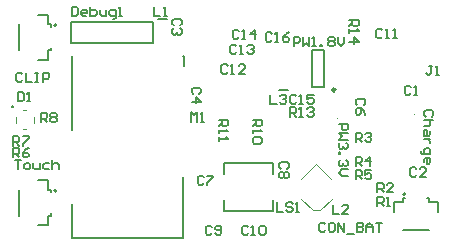
<source format=gto>
G04*
G04 #@! TF.GenerationSoftware,Altium Limited,Altium Designer,19.0.12 (326)*
G04*
G04 Layer_Color=65535*
%FSLAX44Y44*%
%MOMM*%
G71*
G01*
G75*
%ADD10C,0.1000*%
%ADD11C,0.2540*%
%ADD12C,0.2000*%
%ADD13C,0.2500*%
%ADD14C,0.1270*%
%ADD15C,0.1500*%
D10*
X280061Y101531D02*
G03*
X280061Y101531I-500J0D01*
G01*
X345181Y104821D02*
G03*
X345181Y104821I-500J0D01*
G01*
X22500Y97250D02*
Y102750D01*
X7500Y97250D02*
Y102750D01*
X13750Y108000D02*
X16250D01*
X13750Y92000D02*
X16250D01*
X248574Y49667D02*
X261585Y62677D01*
X261620Y62713D02*
X274525Y49808D01*
X248538Y33368D02*
X258615Y23291D01*
X264625Y23291D01*
X274666Y33332D01*
D11*
X4658Y111100D02*
G03*
X4658Y111100I-158J0D01*
G01*
D12*
X337250Y37030D02*
G03*
X337250Y37030I-1000J0D01*
G01*
X41750Y180000D02*
G03*
X41750Y180000I-1000J0D01*
G01*
Y40000D02*
G03*
X41750Y40000I-1000J0D01*
G01*
X184150Y63680D02*
X225150D01*
Y54480D02*
Y63680D01*
Y22680D02*
Y31980D01*
X184050Y22680D02*
X225150D01*
X184050D02*
Y31880D01*
Y63580D02*
X184150Y63680D01*
X184050Y54480D02*
Y63580D01*
X128129Y185450D02*
X135129D01*
X230538Y125109D02*
X237538D01*
X257890Y128010D02*
Y159010D01*
X267890Y128010D02*
Y159010D01*
X257890D02*
X267890D01*
X257890Y128010D02*
X267890D01*
X55000Y0D02*
Y29100D01*
Y91500D02*
Y154000D01*
X148700D02*
X150000D01*
Y145500D02*
Y154000D01*
X55000Y0D02*
X149000D01*
Y51700D01*
X123300Y165000D02*
Y183000D01*
X54500D02*
X123300D01*
X54500Y165000D02*
Y183000D01*
Y165000D02*
X123300D01*
D13*
X277890Y125510D02*
G03*
X277890Y125510I-1250J0D01*
G01*
D14*
X335250Y6530D02*
X357250D01*
X355250Y33530D02*
X357250D01*
X335250D02*
X337250D01*
X365250Y22030D02*
Y30530D01*
X327250Y22030D02*
Y30530D01*
X357250D02*
X365250D01*
X357250D02*
Y33530D01*
X335250Y30530D02*
Y33530D01*
X327250Y30530D02*
X335250D01*
X34250Y181000D02*
Y189000D01*
Y181000D02*
X37250D01*
X34250Y159000D02*
X37250D01*
X34250Y151000D02*
Y159000D01*
X25750Y189000D02*
X34250D01*
X25750Y151000D02*
X34250D01*
X37250Y179000D02*
Y181000D01*
Y159000D02*
Y161000D01*
X10250Y159000D02*
Y181000D01*
X34250Y41000D02*
Y49000D01*
Y41000D02*
X37250D01*
X34250Y19000D02*
X37250D01*
X34250Y11000D02*
Y19000D01*
X25750Y49000D02*
X34250D01*
X25750Y11000D02*
X34250D01*
X37250Y39000D02*
Y41000D01*
Y19000D02*
Y21000D01*
X10250Y19000D02*
Y41000D01*
D15*
X228538Y30077D02*
Y22080D01*
X233870D01*
X241867Y28744D02*
X240534Y30077D01*
X237868D01*
X236535Y28744D01*
Y27412D01*
X237868Y26079D01*
X240534D01*
X241867Y24746D01*
Y23413D01*
X240534Y22080D01*
X237868D01*
X236535Y23413D01*
X244533Y22080D02*
X247199D01*
X245866D01*
Y30077D01*
X244533Y28744D01*
X275590Y28317D02*
Y20320D01*
X280922D01*
X288919D02*
X283587D01*
X288919Y25652D01*
Y26985D01*
X287586Y28317D01*
X284920D01*
X283587Y26985D01*
X146364Y180088D02*
X147697Y181421D01*
Y184087D01*
X146364Y185420D01*
X141033D01*
X139700Y184087D01*
Y181421D01*
X141033Y180088D01*
X146364Y177423D02*
X147697Y176090D01*
Y173424D01*
X146364Y172091D01*
X145032D01*
X143699Y173424D01*
Y174757D01*
Y173424D01*
X142366Y172091D01*
X141033D01*
X139700Y173424D01*
Y176090D01*
X141033Y177423D01*
X179070Y99800D02*
X187067D01*
Y95801D01*
X185735Y94468D01*
X183069D01*
X181736Y95801D01*
Y99800D01*
Y97134D02*
X179070Y94468D01*
Y91803D02*
Y89137D01*
Y90470D01*
X187067D01*
X185735Y91803D01*
X179070Y85138D02*
Y82472D01*
Y83805D01*
X187067D01*
X185735Y85138D01*
X207850Y99800D02*
X215847D01*
Y95801D01*
X214515Y94468D01*
X211849D01*
X210516Y95801D01*
Y99800D01*
Y97134D02*
X207850Y94468D01*
Y91803D02*
Y89137D01*
Y90470D01*
X215847D01*
X214515Y91803D01*
Y85138D02*
X215847Y83805D01*
Y81139D01*
X214515Y79806D01*
X209183D01*
X207850Y81139D01*
Y83805D01*
X209183Y85138D01*
X214515D01*
X204182Y9204D02*
X202849Y10537D01*
X200183D01*
X198850Y9204D01*
Y3873D01*
X200183Y2540D01*
X202849D01*
X204182Y3873D01*
X206847Y2540D02*
X209513D01*
X208180D01*
Y10537D01*
X206847Y9204D01*
X213512D02*
X214845Y10537D01*
X217511D01*
X218844Y9204D01*
Y3873D01*
X217511Y2540D01*
X214845D01*
X213512Y3873D01*
Y9204D01*
X173462Y9204D02*
X172129Y10537D01*
X169463D01*
X168130Y9204D01*
Y3873D01*
X169463Y2540D01*
X172129D01*
X173462Y3873D01*
X176127D02*
X177460Y2540D01*
X180126D01*
X181459Y3873D01*
Y9204D01*
X180126Y10537D01*
X177460D01*
X176127Y9204D01*
Y7871D01*
X177460Y6539D01*
X181459D01*
X124460Y195957D02*
Y187960D01*
X129792D01*
X132457D02*
X135123D01*
X133790D01*
Y195957D01*
X132457Y194625D01*
X162794Y122060D02*
X164127Y123393D01*
Y126059D01*
X162794Y127392D01*
X157463D01*
X156130Y126059D01*
Y123393D01*
X157463Y122060D01*
X156130Y115396D02*
X164127D01*
X160129Y119395D01*
Y114063D01*
X280670Y96659D02*
X288667D01*
Y92661D01*
X287334Y91328D01*
X284669D01*
X283336Y92661D01*
Y96659D01*
X288667Y88662D02*
X280670D01*
X283336Y85996D01*
X280670Y83330D01*
X288667D01*
X287334Y80665D02*
X288667Y79332D01*
Y76666D01*
X287334Y75333D01*
X286002D01*
X284669Y76666D01*
Y77999D01*
Y76666D01*
X283336Y75333D01*
X282003D01*
X280670Y76666D01*
Y79332D01*
X282003Y80665D01*
X280670Y72667D02*
X282003D01*
Y71334D01*
X280670D01*
Y72667D01*
X287334Y66003D02*
X288667Y64670D01*
Y62004D01*
X287334Y60671D01*
X286002D01*
X284669Y62004D01*
Y63337D01*
Y62004D01*
X283336Y60671D01*
X282003D01*
X280670Y62004D01*
Y64670D01*
X282003Y66003D01*
X288667Y58005D02*
X283336D01*
X280670Y55339D01*
X283336Y52674D01*
X288667D01*
X5080Y78280D02*
Y86277D01*
X9079D01*
X10412Y84944D01*
Y82279D01*
X9079Y80946D01*
X5080D01*
X7746D02*
X10412Y78280D01*
X13077Y86277D02*
X18409D01*
Y84944D01*
X13077Y79613D01*
Y78280D01*
X5080Y68300D02*
Y76297D01*
X9079D01*
X10412Y74965D01*
Y72299D01*
X9079Y70966D01*
X5080D01*
X7746D02*
X10412Y68300D01*
X18409Y76297D02*
X15743Y74965D01*
X13077Y72299D01*
Y69633D01*
X14410Y68300D01*
X17076D01*
X18409Y69633D01*
Y70966D01*
X17076Y72299D01*
X13077D01*
X8890Y123567D02*
Y115570D01*
X12889D01*
X14222Y116903D01*
Y122234D01*
X12889Y123567D01*
X8890D01*
X16887Y115570D02*
X19553D01*
X18220D01*
Y123567D01*
X16887Y122234D01*
X313482Y38530D02*
Y46528D01*
X317481D01*
X318813Y45195D01*
Y42529D01*
X317481Y41196D01*
X313482D01*
X316148D02*
X318813Y38530D01*
X326811D02*
X321479D01*
X326811Y43862D01*
Y45195D01*
X325478Y46528D01*
X322812D01*
X321479Y45195D01*
X313482Y27030D02*
Y35027D01*
X317481D01*
X318813Y33695D01*
Y31029D01*
X317481Y29696D01*
X313482D01*
X316148D02*
X318813Y27030D01*
X321479D02*
X324145D01*
X322812D01*
Y35027D01*
X321479Y33695D01*
X295050Y49530D02*
Y57527D01*
X299049D01*
X300382Y56195D01*
Y53529D01*
X299049Y52196D01*
X295050D01*
X297716D02*
X300382Y49530D01*
X308379Y57527D02*
X303047D01*
Y53529D01*
X305713Y54862D01*
X307046D01*
X308379Y53529D01*
Y50863D01*
X307046Y49530D01*
X304380D01*
X303047Y50863D01*
X295140Y60960D02*
Y68957D01*
X299139D01*
X300472Y67625D01*
Y64959D01*
X299139Y63626D01*
X295140D01*
X297806D02*
X300472Y60960D01*
X307136D02*
Y68957D01*
X303138Y64959D01*
X308469D01*
X244870Y120035D02*
X243537Y121367D01*
X240871D01*
X239538Y120035D01*
Y114703D01*
X240871Y113370D01*
X243537D01*
X244870Y114703D01*
X247535Y113370D02*
X250201D01*
X248868D01*
Y121367D01*
X247535Y120035D01*
X259532Y121367D02*
X254200D01*
Y117369D01*
X256866Y118702D01*
X258199D01*
X259532Y117369D01*
Y114703D01*
X258199Y113370D01*
X255533D01*
X254200Y114703D01*
X360082Y145919D02*
X357416D01*
X358749D01*
Y139255D01*
X357416Y137922D01*
X356083D01*
X354750Y139255D01*
X362747Y137922D02*
X365413D01*
X364080D01*
Y145919D01*
X362747Y144586D01*
X341882Y127664D02*
X340549Y128997D01*
X337883D01*
X336550Y127664D01*
Y122333D01*
X337883Y121000D01*
X340549D01*
X341882Y122333D01*
X344547Y121000D02*
X347213D01*
X345880D01*
Y128997D01*
X344547Y127664D01*
X269492Y11745D02*
X268159Y13077D01*
X265493D01*
X264160Y11745D01*
Y6413D01*
X265493Y5080D01*
X268159D01*
X269492Y6413D01*
X276156Y13077D02*
X273490D01*
X272157Y11745D01*
Y6413D01*
X273490Y5080D01*
X276156D01*
X277489Y6413D01*
Y11745D01*
X276156Y13077D01*
X280155Y5080D02*
Y13077D01*
X285486Y5080D01*
Y13077D01*
X288152Y3747D02*
X293484D01*
X296150Y13077D02*
Y5080D01*
X300148D01*
X301481Y6413D01*
Y7746D01*
X300148Y9079D01*
X296150D01*
X300148D01*
X301481Y10412D01*
Y11745D01*
X300148Y13077D01*
X296150D01*
X304147Y5080D02*
Y10412D01*
X306813Y13077D01*
X309479Y10412D01*
Y5080D01*
Y9079D01*
X304147D01*
X312145Y13077D02*
X317476D01*
X314810D01*
Y5080D01*
X359645Y102709D02*
X360977Y104042D01*
Y106707D01*
X359645Y108040D01*
X354313D01*
X352980Y106707D01*
Y104042D01*
X354313Y102709D01*
X360977Y100043D02*
X352980D01*
X356979D01*
X358312Y98710D01*
Y96044D01*
X356979Y94711D01*
X352980D01*
X358312Y90713D02*
Y88047D01*
X356979Y86714D01*
X352980D01*
Y90713D01*
X354313Y92045D01*
X355646Y90713D01*
Y86714D01*
X358312Y84048D02*
X352980D01*
X355646D01*
X356979Y82715D01*
X358312Y81382D01*
Y80049D01*
X350314Y73385D02*
Y72052D01*
X351647Y70719D01*
X358312D01*
Y74718D01*
X356979Y76051D01*
X354313D01*
X352980Y74718D01*
Y70719D01*
Y64055D02*
Y66720D01*
X354313Y68053D01*
X356979D01*
X358312Y66720D01*
Y64055D01*
X356979Y62722D01*
X355646D01*
Y68053D01*
X155825Y98601D02*
Y106598D01*
X158491Y103932D01*
X161157Y106598D01*
Y98601D01*
X163823D02*
X166488D01*
X165156D01*
Y106598D01*
X163823Y105265D01*
X289560Y184600D02*
X297557D01*
Y180601D01*
X296224Y179268D01*
X293559D01*
X292226Y180601D01*
Y184600D01*
Y181934D02*
X289560Y179268D01*
Y176603D02*
Y173937D01*
Y175270D01*
X297557D01*
X296224Y176603D01*
X289560Y165939D02*
X297557D01*
X293559Y169938D01*
Y164606D01*
X242570Y162436D02*
Y170433D01*
X246569D01*
X247902Y169100D01*
Y166434D01*
X246569Y165102D01*
X242570D01*
X250567Y170433D02*
Y162436D01*
X253233Y165102D01*
X255899Y162436D01*
Y170433D01*
X258565Y162436D02*
X261231D01*
X259898D01*
Y170433D01*
X258565Y169100D01*
X265229Y162436D02*
Y163769D01*
X266562D01*
Y162436D01*
X265229D01*
X271894Y169100D02*
X273227Y170433D01*
X275893D01*
X277225Y169100D01*
Y167767D01*
X275893Y166434D01*
X277225Y165102D01*
Y163769D01*
X275893Y162436D01*
X273227D01*
X271894Y163769D01*
Y165102D01*
X273227Y166434D01*
X271894Y167767D01*
Y169100D01*
X273227Y166434D02*
X275893D01*
X279891Y170433D02*
Y165102D01*
X282557Y162436D01*
X285223Y165102D01*
Y170433D01*
X222980Y121387D02*
Y113390D01*
X228312D01*
X230977Y120055D02*
X232310Y121387D01*
X234976D01*
X236309Y120055D01*
Y118722D01*
X234976Y117389D01*
X233643D01*
X234976D01*
X236309Y116056D01*
Y114723D01*
X234976Y113390D01*
X232310D01*
X230977Y114723D01*
X186792Y145654D02*
X185459Y146987D01*
X182793D01*
X181460Y145654D01*
Y140323D01*
X182793Y138990D01*
X185459D01*
X186792Y140323D01*
X189457Y138990D02*
X192123D01*
X190790D01*
Y146987D01*
X189457Y145654D01*
X201453Y138990D02*
X196122D01*
X201453Y144322D01*
Y145654D01*
X200121Y146987D01*
X197455D01*
X196122Y145654D01*
X196322Y175135D02*
X194989Y176467D01*
X192323D01*
X190990Y175135D01*
Y169803D01*
X192323Y168470D01*
X194989D01*
X196322Y169803D01*
X198987Y168470D02*
X201653D01*
X200320D01*
Y176467D01*
X198987Y175135D01*
X209651Y168470D02*
Y176467D01*
X205652Y172469D01*
X210984D01*
X317752Y175910D02*
X316419Y177243D01*
X313753D01*
X312420Y175910D01*
Y170579D01*
X313753Y169246D01*
X316419D01*
X317752Y170579D01*
X320417Y169246D02*
X323083D01*
X321750D01*
Y177243D01*
X320417Y175910D01*
X327082Y169246D02*
X329748D01*
X328415D01*
Y177243D01*
X327082Y175910D01*
X224192Y172794D02*
X222859Y174127D01*
X220194D01*
X218860Y172794D01*
Y167462D01*
X220194Y166129D01*
X222859D01*
X224192Y167462D01*
X226858Y166129D02*
X229524D01*
X228191D01*
Y174127D01*
X226858Y172794D01*
X238854Y174127D02*
X236188Y172794D01*
X233522Y170128D01*
Y167462D01*
X234855Y166129D01*
X237521D01*
X238854Y167462D01*
Y168795D01*
X237521Y170128D01*
X233522D01*
X194162Y162395D02*
X192829Y163728D01*
X190163D01*
X188830Y162395D01*
Y157064D01*
X190163Y155731D01*
X192829D01*
X194162Y157064D01*
X196827Y155731D02*
X199493D01*
X198160D01*
Y163728D01*
X196827Y162395D01*
X203492D02*
X204825Y163728D01*
X207491D01*
X208824Y162395D01*
Y161062D01*
X207491Y159729D01*
X206158D01*
X207491D01*
X208824Y158396D01*
Y157064D01*
X207491Y155731D01*
X204825D01*
X203492Y157064D01*
X12952Y138744D02*
X11619Y140077D01*
X8953D01*
X7620Y138744D01*
Y133413D01*
X8953Y132080D01*
X11619D01*
X12952Y133413D01*
X15617Y140077D02*
Y132080D01*
X20949D01*
X23615Y140077D02*
X26281D01*
X24948D01*
Y132080D01*
X23615D01*
X26281D01*
X30279D02*
Y140077D01*
X34278D01*
X35611Y138744D01*
Y136079D01*
X34278Y134746D01*
X30279D01*
X6350Y65997D02*
X11682D01*
X9016D01*
Y58000D01*
X15680D02*
X18346D01*
X19679Y59333D01*
Y61999D01*
X18346Y63332D01*
X15680D01*
X14347Y61999D01*
Y59333D01*
X15680Y58000D01*
X22345Y63332D02*
Y59333D01*
X23678Y58000D01*
X27676D01*
Y63332D01*
X35674D02*
X31675D01*
X30342Y61999D01*
Y59333D01*
X31675Y58000D01*
X35674D01*
X38340Y65997D02*
Y58000D01*
Y61999D01*
X39673Y63332D01*
X42338D01*
X43671Y61999D01*
Y58000D01*
X239538Y102750D02*
Y110747D01*
X243537D01*
X244870Y109415D01*
Y106749D01*
X243537Y105416D01*
X239538D01*
X242204D02*
X244870Y102750D01*
X247535D02*
X250201D01*
X248868D01*
Y110747D01*
X247535Y109415D01*
X254200D02*
X255533Y110747D01*
X258199D01*
X259532Y109415D01*
Y108082D01*
X258199Y106749D01*
X256866D01*
X258199D01*
X259532Y105416D01*
Y104083D01*
X258199Y102750D01*
X255533D01*
X254200Y104083D01*
X28560Y98060D02*
Y106057D01*
X32559D01*
X33892Y104724D01*
Y102058D01*
X32559Y100726D01*
X28560D01*
X31226D02*
X33892Y98060D01*
X36558Y104724D02*
X37890Y106057D01*
X40556D01*
X41889Y104724D01*
Y103391D01*
X40556Y102058D01*
X41889Y100726D01*
Y99393D01*
X40556Y98060D01*
X37890D01*
X36558Y99393D01*
Y100726D01*
X37890Y102058D01*
X36558Y103391D01*
Y104724D01*
X37890Y102058D02*
X40556D01*
X295140Y81280D02*
Y89277D01*
X299139D01*
X300472Y87944D01*
Y85279D01*
X299139Y83946D01*
X295140D01*
X297806D02*
X300472Y81280D01*
X303138Y87944D02*
X304471Y89277D01*
X307136D01*
X308469Y87944D01*
Y86612D01*
X307136Y85279D01*
X305804D01*
X307136D01*
X308469Y83946D01*
Y82613D01*
X307136Y81280D01*
X304471D01*
X303138Y82613D01*
X54610Y195957D02*
Y187960D01*
X58609D01*
X59942Y189293D01*
Y194625D01*
X58609Y195957D01*
X54610D01*
X66606Y187960D02*
X63940D01*
X62607Y189293D01*
Y191959D01*
X63940Y193292D01*
X66606D01*
X67939Y191959D01*
Y190626D01*
X62607D01*
X70605Y195957D02*
Y187960D01*
X74604D01*
X75936Y189293D01*
Y190626D01*
Y191959D01*
X74604Y193292D01*
X70605D01*
X78602D02*
Y189293D01*
X79935Y187960D01*
X83934D01*
Y193292D01*
X89265Y185294D02*
X90598D01*
X91931Y186627D01*
Y193292D01*
X87933D01*
X86600Y191959D01*
Y189293D01*
X87933Y187960D01*
X91931D01*
X94597D02*
X97263D01*
X95930D01*
Y195957D01*
X94597Y194625D01*
X237036Y58628D02*
X238369Y59961D01*
Y62627D01*
X237036Y63960D01*
X231705D01*
X230372Y62627D01*
Y59961D01*
X231705Y58628D01*
X237036Y55963D02*
X238369Y54630D01*
Y51964D01*
X237036Y50631D01*
X235704D01*
X234371Y51964D01*
X233038Y50631D01*
X231705D01*
X230372Y51964D01*
Y54630D01*
X231705Y55963D01*
X233038D01*
X234371Y54630D01*
X235704Y55963D01*
X237036D01*
X234371Y54630D02*
Y51964D01*
X166592Y51525D02*
X165259Y52857D01*
X162593D01*
X161260Y51525D01*
Y46193D01*
X162593Y44860D01*
X165259D01*
X166592Y46193D01*
X169258Y52857D02*
X174589D01*
Y51525D01*
X169258Y46193D01*
Y44860D01*
X301925Y112428D02*
X303258Y113761D01*
Y116427D01*
X301925Y117760D01*
X296593D01*
X295260Y116427D01*
Y113761D01*
X296593Y112428D01*
X303258Y104431D02*
X301925Y107097D01*
X299259Y109763D01*
X296593D01*
X295260Y108430D01*
Y105764D01*
X296593Y104431D01*
X297926D01*
X299259Y105764D01*
Y109763D01*
X346511Y58435D02*
X345178Y59768D01*
X342513D01*
X341180Y58435D01*
Y53103D01*
X342513Y51770D01*
X345178D01*
X346511Y53103D01*
X354509Y51770D02*
X349177D01*
X354509Y57102D01*
Y58435D01*
X353176Y59768D01*
X350510D01*
X349177Y58435D01*
M02*

</source>
